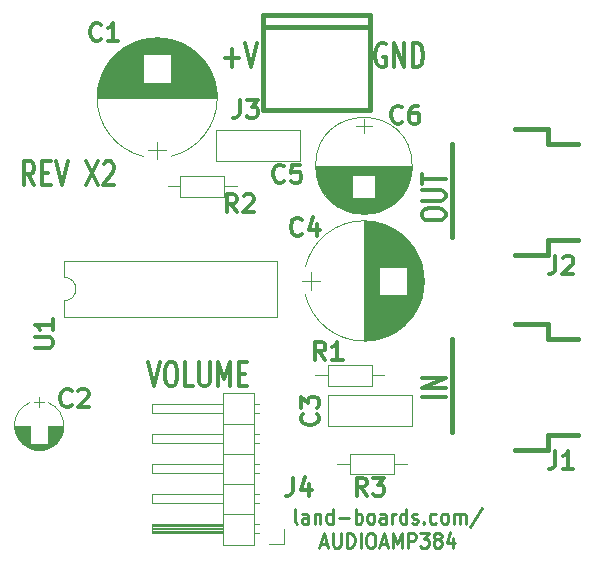
<source format=gto>
G04 #@! TF.FileFunction,Legend,Top*
%FSLAX46Y46*%
G04 Gerber Fmt 4.6, Leading zero omitted, Abs format (unit mm)*
G04 Created by KiCad (PCBNEW (after 2015-mar-04 BZR unknown)-product) date 4/20/2017 11:34:07 AM*
%MOMM*%
G01*
G04 APERTURE LIST*
%ADD10C,0.150000*%
%ADD11C,0.304800*%
%ADD12C,0.285750*%
%ADD13C,0.120000*%
%ADD14C,0.381000*%
G04 APERTURE END LIST*
D10*
D11*
X2597142Y-14419238D02*
X2089142Y-13451619D01*
X1726285Y-14419238D02*
X1726285Y-12387238D01*
X2306857Y-12387238D01*
X2451999Y-12484000D01*
X2524571Y-12580762D01*
X2597142Y-12774286D01*
X2597142Y-13064571D01*
X2524571Y-13258095D01*
X2451999Y-13354857D01*
X2306857Y-13451619D01*
X1726285Y-13451619D01*
X3250285Y-13354857D02*
X3758285Y-13354857D01*
X3975999Y-14419238D02*
X3250285Y-14419238D01*
X3250285Y-12387238D01*
X3975999Y-12387238D01*
X4411428Y-12387238D02*
X4919428Y-14419238D01*
X5427428Y-12387238D01*
X6951428Y-12387238D02*
X7967428Y-14419238D01*
X7967428Y-12387238D02*
X6951428Y-14419238D01*
X8475429Y-12580762D02*
X8548000Y-12484000D01*
X8693143Y-12387238D01*
X9056000Y-12387238D01*
X9201143Y-12484000D01*
X9273714Y-12580762D01*
X9346286Y-12774286D01*
X9346286Y-12967810D01*
X9273714Y-13258095D01*
X8402857Y-14419238D01*
X9346286Y-14419238D01*
D12*
X24852786Y-43042649D02*
X24743928Y-42982173D01*
X24689500Y-42861220D01*
X24689500Y-41772649D01*
X25778071Y-43042649D02*
X25778071Y-42377411D01*
X25723642Y-42256458D01*
X25614785Y-42195982D01*
X25397071Y-42195982D01*
X25288214Y-42256458D01*
X25778071Y-42982173D02*
X25669214Y-43042649D01*
X25397071Y-43042649D01*
X25288214Y-42982173D01*
X25233785Y-42861220D01*
X25233785Y-42740268D01*
X25288214Y-42619315D01*
X25397071Y-42558839D01*
X25669214Y-42558839D01*
X25778071Y-42498363D01*
X26322357Y-42195982D02*
X26322357Y-43042649D01*
X26322357Y-42316935D02*
X26376785Y-42256458D01*
X26485643Y-42195982D01*
X26648928Y-42195982D01*
X26757785Y-42256458D01*
X26812214Y-42377411D01*
X26812214Y-43042649D01*
X27846357Y-43042649D02*
X27846357Y-41772649D01*
X27846357Y-42982173D02*
X27737500Y-43042649D01*
X27519786Y-43042649D01*
X27410928Y-42982173D01*
X27356500Y-42921696D01*
X27302071Y-42800744D01*
X27302071Y-42437887D01*
X27356500Y-42316935D01*
X27410928Y-42256458D01*
X27519786Y-42195982D01*
X27737500Y-42195982D01*
X27846357Y-42256458D01*
X28390643Y-42558839D02*
X29261500Y-42558839D01*
X29805786Y-43042649D02*
X29805786Y-41772649D01*
X29805786Y-42256458D02*
X29914643Y-42195982D01*
X30132357Y-42195982D01*
X30241214Y-42256458D01*
X30295643Y-42316935D01*
X30350072Y-42437887D01*
X30350072Y-42800744D01*
X30295643Y-42921696D01*
X30241214Y-42982173D01*
X30132357Y-43042649D01*
X29914643Y-43042649D01*
X29805786Y-42982173D01*
X31003215Y-43042649D02*
X30894357Y-42982173D01*
X30839929Y-42921696D01*
X30785500Y-42800744D01*
X30785500Y-42437887D01*
X30839929Y-42316935D01*
X30894357Y-42256458D01*
X31003215Y-42195982D01*
X31166500Y-42195982D01*
X31275357Y-42256458D01*
X31329786Y-42316935D01*
X31384215Y-42437887D01*
X31384215Y-42800744D01*
X31329786Y-42921696D01*
X31275357Y-42982173D01*
X31166500Y-43042649D01*
X31003215Y-43042649D01*
X32363929Y-43042649D02*
X32363929Y-42377411D01*
X32309500Y-42256458D01*
X32200643Y-42195982D01*
X31982929Y-42195982D01*
X31874072Y-42256458D01*
X32363929Y-42982173D02*
X32255072Y-43042649D01*
X31982929Y-43042649D01*
X31874072Y-42982173D01*
X31819643Y-42861220D01*
X31819643Y-42740268D01*
X31874072Y-42619315D01*
X31982929Y-42558839D01*
X32255072Y-42558839D01*
X32363929Y-42498363D01*
X32908215Y-43042649D02*
X32908215Y-42195982D01*
X32908215Y-42437887D02*
X32962643Y-42316935D01*
X33017072Y-42256458D01*
X33125929Y-42195982D01*
X33234786Y-42195982D01*
X34105643Y-43042649D02*
X34105643Y-41772649D01*
X34105643Y-42982173D02*
X33996786Y-43042649D01*
X33779072Y-43042649D01*
X33670214Y-42982173D01*
X33615786Y-42921696D01*
X33561357Y-42800744D01*
X33561357Y-42437887D01*
X33615786Y-42316935D01*
X33670214Y-42256458D01*
X33779072Y-42195982D01*
X33996786Y-42195982D01*
X34105643Y-42256458D01*
X34595500Y-42982173D02*
X34704357Y-43042649D01*
X34922072Y-43042649D01*
X35030929Y-42982173D01*
X35085357Y-42861220D01*
X35085357Y-42800744D01*
X35030929Y-42679792D01*
X34922072Y-42619315D01*
X34758786Y-42619315D01*
X34649929Y-42558839D01*
X34595500Y-42437887D01*
X34595500Y-42377411D01*
X34649929Y-42256458D01*
X34758786Y-42195982D01*
X34922072Y-42195982D01*
X35030929Y-42256458D01*
X35575215Y-42921696D02*
X35629643Y-42982173D01*
X35575215Y-43042649D01*
X35520786Y-42982173D01*
X35575215Y-42921696D01*
X35575215Y-43042649D01*
X36609358Y-42982173D02*
X36500501Y-43042649D01*
X36282787Y-43042649D01*
X36173929Y-42982173D01*
X36119501Y-42921696D01*
X36065072Y-42800744D01*
X36065072Y-42437887D01*
X36119501Y-42316935D01*
X36173929Y-42256458D01*
X36282787Y-42195982D01*
X36500501Y-42195982D01*
X36609358Y-42256458D01*
X37262501Y-43042649D02*
X37153643Y-42982173D01*
X37099215Y-42921696D01*
X37044786Y-42800744D01*
X37044786Y-42437887D01*
X37099215Y-42316935D01*
X37153643Y-42256458D01*
X37262501Y-42195982D01*
X37425786Y-42195982D01*
X37534643Y-42256458D01*
X37589072Y-42316935D01*
X37643501Y-42437887D01*
X37643501Y-42800744D01*
X37589072Y-42921696D01*
X37534643Y-42982173D01*
X37425786Y-43042649D01*
X37262501Y-43042649D01*
X38133358Y-43042649D02*
X38133358Y-42195982D01*
X38133358Y-42316935D02*
X38187786Y-42256458D01*
X38296644Y-42195982D01*
X38459929Y-42195982D01*
X38568786Y-42256458D01*
X38623215Y-42377411D01*
X38623215Y-43042649D01*
X38623215Y-42377411D02*
X38677644Y-42256458D01*
X38786501Y-42195982D01*
X38949786Y-42195982D01*
X39058644Y-42256458D01*
X39113072Y-42377411D01*
X39113072Y-43042649D01*
X40473786Y-41712173D02*
X39494072Y-43345030D01*
X26839429Y-44743542D02*
X27383715Y-44743542D01*
X26730572Y-45106399D02*
X27111572Y-43836399D01*
X27492572Y-45106399D01*
X27873572Y-43836399D02*
X27873572Y-44864494D01*
X27928000Y-44985446D01*
X27982429Y-45045923D01*
X28091286Y-45106399D01*
X28309000Y-45106399D01*
X28417858Y-45045923D01*
X28472286Y-44985446D01*
X28526715Y-44864494D01*
X28526715Y-43836399D01*
X29071001Y-45106399D02*
X29071001Y-43836399D01*
X29343144Y-43836399D01*
X29506429Y-43896875D01*
X29615287Y-44017827D01*
X29669715Y-44138780D01*
X29724144Y-44380685D01*
X29724144Y-44562113D01*
X29669715Y-44804018D01*
X29615287Y-44924970D01*
X29506429Y-45045923D01*
X29343144Y-45106399D01*
X29071001Y-45106399D01*
X30214001Y-45106399D02*
X30214001Y-43836399D01*
X30976001Y-43836399D02*
X31193715Y-43836399D01*
X31302573Y-43896875D01*
X31411430Y-44017827D01*
X31465858Y-44259732D01*
X31465858Y-44683065D01*
X31411430Y-44924970D01*
X31302573Y-45045923D01*
X31193715Y-45106399D01*
X30976001Y-45106399D01*
X30867144Y-45045923D01*
X30758287Y-44924970D01*
X30703858Y-44683065D01*
X30703858Y-44259732D01*
X30758287Y-44017827D01*
X30867144Y-43896875D01*
X30976001Y-43836399D01*
X31901287Y-44743542D02*
X32445573Y-44743542D01*
X31792430Y-45106399D02*
X32173430Y-43836399D01*
X32554430Y-45106399D01*
X32935430Y-45106399D02*
X32935430Y-43836399D01*
X33316430Y-44743542D01*
X33697430Y-43836399D01*
X33697430Y-45106399D01*
X34241716Y-45106399D02*
X34241716Y-43836399D01*
X34677144Y-43836399D01*
X34786002Y-43896875D01*
X34840430Y-43957351D01*
X34894859Y-44078304D01*
X34894859Y-44259732D01*
X34840430Y-44380685D01*
X34786002Y-44441161D01*
X34677144Y-44501637D01*
X34241716Y-44501637D01*
X35275859Y-43836399D02*
X35983430Y-43836399D01*
X35602430Y-44320208D01*
X35765716Y-44320208D01*
X35874573Y-44380685D01*
X35929002Y-44441161D01*
X35983430Y-44562113D01*
X35983430Y-44864494D01*
X35929002Y-44985446D01*
X35874573Y-45045923D01*
X35765716Y-45106399D01*
X35439144Y-45106399D01*
X35330287Y-45045923D01*
X35275859Y-44985446D01*
X36636573Y-44380685D02*
X36527715Y-44320208D01*
X36473287Y-44259732D01*
X36418858Y-44138780D01*
X36418858Y-44078304D01*
X36473287Y-43957351D01*
X36527715Y-43896875D01*
X36636573Y-43836399D01*
X36854287Y-43836399D01*
X36963144Y-43896875D01*
X37017573Y-43957351D01*
X37072001Y-44078304D01*
X37072001Y-44138780D01*
X37017573Y-44259732D01*
X36963144Y-44320208D01*
X36854287Y-44380685D01*
X36636573Y-44380685D01*
X36527715Y-44441161D01*
X36473287Y-44501637D01*
X36418858Y-44622589D01*
X36418858Y-44864494D01*
X36473287Y-44985446D01*
X36527715Y-45045923D01*
X36636573Y-45106399D01*
X36854287Y-45106399D01*
X36963144Y-45045923D01*
X37017573Y-44985446D01*
X37072001Y-44864494D01*
X37072001Y-44622589D01*
X37017573Y-44501637D01*
X36963144Y-44441161D01*
X36854287Y-44380685D01*
X38051715Y-44259732D02*
X38051715Y-45106399D01*
X37779572Y-43775923D02*
X37507429Y-44683065D01*
X38215001Y-44683065D01*
D11*
X12218287Y-29387238D02*
X12726287Y-31419238D01*
X13234287Y-29387238D01*
X14032573Y-29387238D02*
X14322859Y-29387238D01*
X14468001Y-29484000D01*
X14613144Y-29677524D01*
X14685716Y-30064571D01*
X14685716Y-30741905D01*
X14613144Y-31128952D01*
X14468001Y-31322476D01*
X14322859Y-31419238D01*
X14032573Y-31419238D01*
X13887430Y-31322476D01*
X13742287Y-31128952D01*
X13669716Y-30741905D01*
X13669716Y-30064571D01*
X13742287Y-29677524D01*
X13887430Y-29484000D01*
X14032573Y-29387238D01*
X16064572Y-31419238D02*
X15338858Y-31419238D01*
X15338858Y-29387238D01*
X16572572Y-29387238D02*
X16572572Y-31032190D01*
X16645144Y-31225714D01*
X16717715Y-31322476D01*
X16862858Y-31419238D01*
X17153144Y-31419238D01*
X17298286Y-31322476D01*
X17370858Y-31225714D01*
X17443429Y-31032190D01*
X17443429Y-29387238D01*
X18169143Y-31419238D02*
X18169143Y-29387238D01*
X18677143Y-30838667D01*
X19185143Y-29387238D01*
X19185143Y-31419238D01*
X19910857Y-30354857D02*
X20418857Y-30354857D01*
X20636571Y-31419238D02*
X19910857Y-31419238D01*
X19910857Y-29387238D01*
X20636571Y-29387238D01*
X35387238Y-17023999D02*
X35387238Y-16733713D01*
X35484000Y-16588571D01*
X35677524Y-16443428D01*
X36064571Y-16370856D01*
X36741905Y-16370856D01*
X37128952Y-16443428D01*
X37322476Y-16588571D01*
X37419238Y-16733713D01*
X37419238Y-17023999D01*
X37322476Y-17169142D01*
X37128952Y-17314285D01*
X36741905Y-17386856D01*
X36064571Y-17386856D01*
X35677524Y-17314285D01*
X35484000Y-17169142D01*
X35387238Y-17023999D01*
X35387238Y-15717714D02*
X37032190Y-15717714D01*
X37225714Y-15645142D01*
X37322476Y-15572571D01*
X37419238Y-15427428D01*
X37419238Y-15137142D01*
X37322476Y-14992000D01*
X37225714Y-14919428D01*
X37032190Y-14846857D01*
X35387238Y-14846857D01*
X35387238Y-14338857D02*
X35387238Y-13468000D01*
X37419238Y-13903429D02*
X35387238Y-13903429D01*
X32338858Y-2484000D02*
X32193715Y-2387238D01*
X31976001Y-2387238D01*
X31758286Y-2484000D01*
X31613144Y-2677524D01*
X31540572Y-2871048D01*
X31468001Y-3258095D01*
X31468001Y-3548381D01*
X31540572Y-3935429D01*
X31613144Y-4128952D01*
X31758286Y-4322476D01*
X31976001Y-4419238D01*
X32121144Y-4419238D01*
X32338858Y-4322476D01*
X32411429Y-4225714D01*
X32411429Y-3548381D01*
X32121144Y-3548381D01*
X33064572Y-4419238D02*
X33064572Y-2387238D01*
X33935429Y-4419238D01*
X33935429Y-2387238D01*
X34661143Y-4419238D02*
X34661143Y-2387238D01*
X35024000Y-2387238D01*
X35241715Y-2484000D01*
X35386857Y-2677524D01*
X35459429Y-2871048D01*
X35532000Y-3258095D01*
X35532000Y-3548381D01*
X35459429Y-3935429D01*
X35386857Y-4128952D01*
X35241715Y-4322476D01*
X35024000Y-4419238D01*
X34661143Y-4419238D01*
X18766286Y-3645143D02*
X19927429Y-3645143D01*
X19346858Y-4419238D02*
X19346858Y-2871048D01*
X20435429Y-2387238D02*
X20943429Y-4419238D01*
X21451429Y-2387238D01*
X37419238Y-32298285D02*
X35387238Y-32298285D01*
X37419238Y-31572571D02*
X35387238Y-31572571D01*
X37419238Y-30701714D01*
X35387238Y-30701714D01*
D13*
X11820806Y-2048475D02*
G75*
G03X11820000Y-11951333I1179194J-4951525D01*
G01*
X14179194Y-2048475D02*
G75*
G02X14180000Y-11951333I-1179194J-4951525D01*
G01*
X14179194Y-2048475D02*
G75*
G03X11820000Y-2048667I-1179194J-4951525D01*
G01*
X7950000Y-7000000D02*
X18050000Y-7000000D01*
X7950000Y-6960000D02*
X18050000Y-6960000D01*
X7950000Y-6920000D02*
X18050000Y-6920000D01*
X7951000Y-6880000D02*
X18049000Y-6880000D01*
X7952000Y-6840000D02*
X18048000Y-6840000D01*
X7953000Y-6800000D02*
X18047000Y-6800000D01*
X7955000Y-6760000D02*
X18045000Y-6760000D01*
X7957000Y-6720000D02*
X18043000Y-6720000D01*
X7960000Y-6680000D02*
X18040000Y-6680000D01*
X7962000Y-6640000D02*
X18038000Y-6640000D01*
X7965000Y-6600000D02*
X18035000Y-6600000D01*
X7969000Y-6560000D02*
X18031000Y-6560000D01*
X7972000Y-6520000D02*
X18028000Y-6520000D01*
X7976000Y-6480000D02*
X18024000Y-6480000D01*
X7980000Y-6440000D02*
X18020000Y-6440000D01*
X7985000Y-6400000D02*
X18015000Y-6400000D01*
X7990000Y-6360000D02*
X18010000Y-6360000D01*
X7995000Y-6320000D02*
X18005000Y-6320000D01*
X8001000Y-6279000D02*
X17999000Y-6279000D01*
X8007000Y-6239000D02*
X17993000Y-6239000D01*
X8013000Y-6199000D02*
X17987000Y-6199000D01*
X8019000Y-6159000D02*
X17981000Y-6159000D01*
X8026000Y-6119000D02*
X17974000Y-6119000D01*
X8033000Y-6079000D02*
X17967000Y-6079000D01*
X8041000Y-6039000D02*
X17959000Y-6039000D01*
X8049000Y-5999000D02*
X17951000Y-5999000D01*
X8057000Y-5959000D02*
X17943000Y-5959000D01*
X8065000Y-5919000D02*
X17935000Y-5919000D01*
X8074000Y-5879000D02*
X17926000Y-5879000D01*
X8083000Y-5839000D02*
X17917000Y-5839000D01*
X8093000Y-5799000D02*
X17907000Y-5799000D01*
X8103000Y-5759000D02*
X17897000Y-5759000D01*
X8113000Y-5719000D02*
X17887000Y-5719000D01*
X8124000Y-5679000D02*
X11819000Y-5679000D01*
X14181000Y-5679000D02*
X17876000Y-5679000D01*
X8135000Y-5639000D02*
X11819000Y-5639000D01*
X14181000Y-5639000D02*
X17865000Y-5639000D01*
X8146000Y-5599000D02*
X11819000Y-5599000D01*
X14181000Y-5599000D02*
X17854000Y-5599000D01*
X8157000Y-5559000D02*
X11819000Y-5559000D01*
X14181000Y-5559000D02*
X17843000Y-5559000D01*
X8169000Y-5519000D02*
X11819000Y-5519000D01*
X14181000Y-5519000D02*
X17831000Y-5519000D01*
X8182000Y-5479000D02*
X11819000Y-5479000D01*
X14181000Y-5479000D02*
X17818000Y-5479000D01*
X8194000Y-5439000D02*
X11819000Y-5439000D01*
X14181000Y-5439000D02*
X17806000Y-5439000D01*
X8208000Y-5399000D02*
X11819000Y-5399000D01*
X14181000Y-5399000D02*
X17792000Y-5399000D01*
X8221000Y-5359000D02*
X11819000Y-5359000D01*
X14181000Y-5359000D02*
X17779000Y-5359000D01*
X8235000Y-5319000D02*
X11819000Y-5319000D01*
X14181000Y-5319000D02*
X17765000Y-5319000D01*
X8249000Y-5279000D02*
X11819000Y-5279000D01*
X14181000Y-5279000D02*
X17751000Y-5279000D01*
X8263000Y-5239000D02*
X11819000Y-5239000D01*
X14181000Y-5239000D02*
X17737000Y-5239000D01*
X8278000Y-5199000D02*
X11819000Y-5199000D01*
X14181000Y-5199000D02*
X17722000Y-5199000D01*
X8294000Y-5159000D02*
X11819000Y-5159000D01*
X14181000Y-5159000D02*
X17706000Y-5159000D01*
X8309000Y-5119000D02*
X11819000Y-5119000D01*
X14181000Y-5119000D02*
X17691000Y-5119000D01*
X8326000Y-5079000D02*
X11819000Y-5079000D01*
X14181000Y-5079000D02*
X17674000Y-5079000D01*
X8342000Y-5039000D02*
X11819000Y-5039000D01*
X14181000Y-5039000D02*
X17658000Y-5039000D01*
X8359000Y-4999000D02*
X11819000Y-4999000D01*
X14181000Y-4999000D02*
X17641000Y-4999000D01*
X8376000Y-4959000D02*
X11819000Y-4959000D01*
X14181000Y-4959000D02*
X17624000Y-4959000D01*
X8394000Y-4919000D02*
X11819000Y-4919000D01*
X14181000Y-4919000D02*
X17606000Y-4919000D01*
X8412000Y-4879000D02*
X11819000Y-4879000D01*
X14181000Y-4879000D02*
X17588000Y-4879000D01*
X8431000Y-4839000D02*
X11819000Y-4839000D01*
X14181000Y-4839000D02*
X17569000Y-4839000D01*
X8450000Y-4799000D02*
X11819000Y-4799000D01*
X14181000Y-4799000D02*
X17550000Y-4799000D01*
X8469000Y-4759000D02*
X11819000Y-4759000D01*
X14181000Y-4759000D02*
X17531000Y-4759000D01*
X8489000Y-4719000D02*
X11819000Y-4719000D01*
X14181000Y-4719000D02*
X17511000Y-4719000D01*
X8509000Y-4679000D02*
X11819000Y-4679000D01*
X14181000Y-4679000D02*
X17491000Y-4679000D01*
X8530000Y-4639000D02*
X11819000Y-4639000D01*
X14181000Y-4639000D02*
X17470000Y-4639000D01*
X8551000Y-4599000D02*
X11819000Y-4599000D01*
X14181000Y-4599000D02*
X17449000Y-4599000D01*
X8572000Y-4559000D02*
X11819000Y-4559000D01*
X14181000Y-4559000D02*
X17428000Y-4559000D01*
X8595000Y-4519000D02*
X11819000Y-4519000D01*
X14181000Y-4519000D02*
X17405000Y-4519000D01*
X8617000Y-4479000D02*
X11819000Y-4479000D01*
X14181000Y-4479000D02*
X17383000Y-4479000D01*
X8640000Y-4439000D02*
X11819000Y-4439000D01*
X14181000Y-4439000D02*
X17360000Y-4439000D01*
X8664000Y-4399000D02*
X11819000Y-4399000D01*
X14181000Y-4399000D02*
X17336000Y-4399000D01*
X8688000Y-4359000D02*
X11819000Y-4359000D01*
X14181000Y-4359000D02*
X17312000Y-4359000D01*
X8712000Y-4319000D02*
X11819000Y-4319000D01*
X14181000Y-4319000D02*
X17288000Y-4319000D01*
X8737000Y-4279000D02*
X11819000Y-4279000D01*
X14181000Y-4279000D02*
X17263000Y-4279000D01*
X8763000Y-4239000D02*
X11819000Y-4239000D01*
X14181000Y-4239000D02*
X17237000Y-4239000D01*
X8789000Y-4199000D02*
X11819000Y-4199000D01*
X14181000Y-4199000D02*
X17211000Y-4199000D01*
X8815000Y-4159000D02*
X11819000Y-4159000D01*
X14181000Y-4159000D02*
X17185000Y-4159000D01*
X8843000Y-4119000D02*
X11819000Y-4119000D01*
X14181000Y-4119000D02*
X17157000Y-4119000D01*
X8870000Y-4079000D02*
X11819000Y-4079000D01*
X14181000Y-4079000D02*
X17130000Y-4079000D01*
X8899000Y-4039000D02*
X11819000Y-4039000D01*
X14181000Y-4039000D02*
X17101000Y-4039000D01*
X8928000Y-3999000D02*
X11819000Y-3999000D01*
X14181000Y-3999000D02*
X17072000Y-3999000D01*
X8957000Y-3959000D02*
X11819000Y-3959000D01*
X14181000Y-3959000D02*
X17043000Y-3959000D01*
X8987000Y-3919000D02*
X11819000Y-3919000D01*
X14181000Y-3919000D02*
X17013000Y-3919000D01*
X9018000Y-3879000D02*
X11819000Y-3879000D01*
X14181000Y-3879000D02*
X16982000Y-3879000D01*
X9049000Y-3839000D02*
X11819000Y-3839000D01*
X14181000Y-3839000D02*
X16951000Y-3839000D01*
X9081000Y-3799000D02*
X11819000Y-3799000D01*
X14181000Y-3799000D02*
X16919000Y-3799000D01*
X9114000Y-3759000D02*
X11819000Y-3759000D01*
X14181000Y-3759000D02*
X16886000Y-3759000D01*
X9147000Y-3719000D02*
X11819000Y-3719000D01*
X14181000Y-3719000D02*
X16853000Y-3719000D01*
X9181000Y-3679000D02*
X11819000Y-3679000D01*
X14181000Y-3679000D02*
X16819000Y-3679000D01*
X9216000Y-3639000D02*
X11819000Y-3639000D01*
X14181000Y-3639000D02*
X16784000Y-3639000D01*
X9252000Y-3599000D02*
X11819000Y-3599000D01*
X14181000Y-3599000D02*
X16748000Y-3599000D01*
X9288000Y-3559000D02*
X11819000Y-3559000D01*
X14181000Y-3559000D02*
X16712000Y-3559000D01*
X9325000Y-3519000D02*
X11819000Y-3519000D01*
X14181000Y-3519000D02*
X16675000Y-3519000D01*
X9363000Y-3479000D02*
X11819000Y-3479000D01*
X14181000Y-3479000D02*
X16637000Y-3479000D01*
X9402000Y-3439000D02*
X11819000Y-3439000D01*
X14181000Y-3439000D02*
X16598000Y-3439000D01*
X9441000Y-3399000D02*
X11819000Y-3399000D01*
X14181000Y-3399000D02*
X16559000Y-3399000D01*
X9482000Y-3359000D02*
X11819000Y-3359000D01*
X14181000Y-3359000D02*
X16518000Y-3359000D01*
X9523000Y-3319000D02*
X16477000Y-3319000D01*
X9565000Y-3279000D02*
X16435000Y-3279000D01*
X9609000Y-3239000D02*
X16391000Y-3239000D01*
X9653000Y-3199000D02*
X16347000Y-3199000D01*
X9698000Y-3159000D02*
X16302000Y-3159000D01*
X9745000Y-3119000D02*
X16255000Y-3119000D01*
X9793000Y-3079000D02*
X16207000Y-3079000D01*
X9842000Y-3039000D02*
X16158000Y-3039000D01*
X9892000Y-2999000D02*
X16108000Y-2999000D01*
X9943000Y-2959000D02*
X16057000Y-2959000D01*
X9996000Y-2919000D02*
X16004000Y-2919000D01*
X10051000Y-2879000D02*
X15949000Y-2879000D01*
X10106000Y-2839000D02*
X15894000Y-2839000D01*
X10164000Y-2799000D02*
X15836000Y-2799000D01*
X10223000Y-2759000D02*
X15777000Y-2759000D01*
X10285000Y-2719000D02*
X15715000Y-2719000D01*
X10348000Y-2679000D02*
X15652000Y-2679000D01*
X10413000Y-2639000D02*
X15587000Y-2639000D01*
X10481000Y-2599000D02*
X15519000Y-2599000D01*
X10551000Y-2559000D02*
X15449000Y-2559000D01*
X10623000Y-2519000D02*
X15377000Y-2519000D01*
X10699000Y-2479000D02*
X15301000Y-2479000D01*
X10778000Y-2439000D02*
X15222000Y-2439000D01*
X10860000Y-2399000D02*
X15140000Y-2399000D01*
X10947000Y-2359000D02*
X15053000Y-2359000D01*
X11038000Y-2319000D02*
X14962000Y-2319000D01*
X11134000Y-2279000D02*
X14866000Y-2279000D01*
X11237000Y-2239000D02*
X14763000Y-2239000D01*
X11346000Y-2199000D02*
X14654000Y-2199000D01*
X11464000Y-2159000D02*
X14536000Y-2159000D01*
X11593000Y-2119000D02*
X14407000Y-2119000D01*
X11735000Y-2079000D02*
X14265000Y-2079000D01*
X11896000Y-2039000D02*
X14104000Y-2039000D01*
X12087000Y-1999000D02*
X13913000Y-1999000D01*
X12328000Y-1959000D02*
X13672000Y-1959000D01*
X12721000Y-1919000D02*
X13279000Y-1919000D01*
X13000000Y-12200000D02*
X13000000Y-10700000D01*
X12250000Y-11450000D02*
X13750000Y-11450000D01*
X3779089Y-36689361D02*
G75*
G03X3780000Y-32811005I-779089J1939361D01*
G01*
X2220911Y-36689361D02*
G75*
G02X2220000Y-32811005I779089J1939361D01*
G01*
X2220911Y-36689361D02*
G75*
G03X3780000Y-36688995I779089J1939361D01*
G01*
X2220000Y-34750000D02*
X950000Y-34750000D01*
X5050000Y-34750000D02*
X3780000Y-34750000D01*
X5050000Y-34790000D02*
X3780000Y-34790000D01*
X2220000Y-34790000D02*
X950000Y-34790000D01*
X5049000Y-34830000D02*
X3780000Y-34830000D01*
X2220000Y-34830000D02*
X951000Y-34830000D01*
X5047000Y-34870000D02*
X3780000Y-34870000D01*
X2220000Y-34870000D02*
X953000Y-34870000D01*
X5044000Y-34910000D02*
X3780000Y-34910000D01*
X2220000Y-34910000D02*
X956000Y-34910000D01*
X5041000Y-34950000D02*
X3780000Y-34950000D01*
X2220000Y-34950000D02*
X959000Y-34950000D01*
X5037000Y-34990000D02*
X3780000Y-34990000D01*
X2220000Y-34990000D02*
X963000Y-34990000D01*
X5032000Y-35030000D02*
X3780000Y-35030000D01*
X2220000Y-35030000D02*
X968000Y-35030000D01*
X5026000Y-35070000D02*
X3780000Y-35070000D01*
X2220000Y-35070000D02*
X974000Y-35070000D01*
X5019000Y-35110000D02*
X3780000Y-35110000D01*
X2220000Y-35110000D02*
X981000Y-35110000D01*
X5012000Y-35150000D02*
X3780000Y-35150000D01*
X2220000Y-35150000D02*
X988000Y-35150000D01*
X5004000Y-35190000D02*
X3780000Y-35190000D01*
X2220000Y-35190000D02*
X996000Y-35190000D01*
X4995000Y-35230000D02*
X3780000Y-35230000D01*
X2220000Y-35230000D02*
X1005000Y-35230000D01*
X4985000Y-35270000D02*
X3780000Y-35270000D01*
X2220000Y-35270000D02*
X1015000Y-35270000D01*
X4974000Y-35310000D02*
X3780000Y-35310000D01*
X2220000Y-35310000D02*
X1026000Y-35310000D01*
X4963000Y-35350000D02*
X3780000Y-35350000D01*
X2220000Y-35350000D02*
X1037000Y-35350000D01*
X4950000Y-35390000D02*
X3780000Y-35390000D01*
X2220000Y-35390000D02*
X1050000Y-35390000D01*
X4937000Y-35430000D02*
X3780000Y-35430000D01*
X2220000Y-35430000D02*
X1063000Y-35430000D01*
X4923000Y-35471000D02*
X3780000Y-35471000D01*
X2220000Y-35471000D02*
X1077000Y-35471000D01*
X4907000Y-35511000D02*
X3780000Y-35511000D01*
X2220000Y-35511000D02*
X1093000Y-35511000D01*
X4891000Y-35551000D02*
X3780000Y-35551000D01*
X2220000Y-35551000D02*
X1109000Y-35551000D01*
X4874000Y-35591000D02*
X3780000Y-35591000D01*
X2220000Y-35591000D02*
X1126000Y-35591000D01*
X4856000Y-35631000D02*
X3780000Y-35631000D01*
X2220000Y-35631000D02*
X1144000Y-35631000D01*
X4837000Y-35671000D02*
X3780000Y-35671000D01*
X2220000Y-35671000D02*
X1163000Y-35671000D01*
X4817000Y-35711000D02*
X3780000Y-35711000D01*
X2220000Y-35711000D02*
X1183000Y-35711000D01*
X4796000Y-35751000D02*
X3780000Y-35751000D01*
X2220000Y-35751000D02*
X1204000Y-35751000D01*
X4773000Y-35791000D02*
X3780000Y-35791000D01*
X2220000Y-35791000D02*
X1227000Y-35791000D01*
X4750000Y-35831000D02*
X3780000Y-35831000D01*
X2220000Y-35831000D02*
X1250000Y-35831000D01*
X4725000Y-35871000D02*
X3780000Y-35871000D01*
X2220000Y-35871000D02*
X1275000Y-35871000D01*
X4699000Y-35911000D02*
X3780000Y-35911000D01*
X2220000Y-35911000D02*
X1301000Y-35911000D01*
X4672000Y-35951000D02*
X3780000Y-35951000D01*
X2220000Y-35951000D02*
X1328000Y-35951000D01*
X4643000Y-35991000D02*
X3780000Y-35991000D01*
X2220000Y-35991000D02*
X1357000Y-35991000D01*
X4613000Y-36031000D02*
X3780000Y-36031000D01*
X2220000Y-36031000D02*
X1387000Y-36031000D01*
X4581000Y-36071000D02*
X3780000Y-36071000D01*
X2220000Y-36071000D02*
X1419000Y-36071000D01*
X4547000Y-36111000D02*
X3780000Y-36111000D01*
X2220000Y-36111000D02*
X1453000Y-36111000D01*
X4512000Y-36151000D02*
X3780000Y-36151000D01*
X2220000Y-36151000D02*
X1488000Y-36151000D01*
X4475000Y-36191000D02*
X3780000Y-36191000D01*
X2220000Y-36191000D02*
X1525000Y-36191000D01*
X4436000Y-36231000D02*
X3780000Y-36231000D01*
X2220000Y-36231000D02*
X1564000Y-36231000D01*
X4395000Y-36271000D02*
X3780000Y-36271000D01*
X2220000Y-36271000D02*
X1605000Y-36271000D01*
X4351000Y-36311000D02*
X1649000Y-36311000D01*
X4305000Y-36351000D02*
X1695000Y-36351000D01*
X4256000Y-36391000D02*
X1744000Y-36391000D01*
X4204000Y-36431000D02*
X1796000Y-36431000D01*
X4148000Y-36471000D02*
X1852000Y-36471000D01*
X4088000Y-36511000D02*
X1912000Y-36511000D01*
X4023000Y-36551000D02*
X1977000Y-36551000D01*
X3952000Y-36591000D02*
X2048000Y-36591000D01*
X3874000Y-36631000D02*
X2126000Y-36631000D01*
X3786000Y-36671000D02*
X2214000Y-36671000D01*
X3686000Y-36711000D02*
X2314000Y-36711000D01*
X3567000Y-36751000D02*
X2433000Y-36751000D01*
X3415000Y-36791000D02*
X2585000Y-36791000D01*
X3165000Y-36831000D02*
X2835000Y-36831000D01*
X3000000Y-32300000D02*
X3000000Y-33200000D01*
X3450000Y-32750000D02*
X2550000Y-32750000D01*
X34560000Y-34810000D02*
X27440000Y-34810000D01*
X34560000Y-32190000D02*
X27440000Y-32190000D01*
X34560000Y-34810000D02*
X34560000Y-32190000D01*
X27440000Y-34810000D02*
X27440000Y-32190000D01*
X35451525Y-21320806D02*
G75*
G03X25548667Y-21320000I-4951525J-1179194D01*
G01*
X35451525Y-23679194D02*
G75*
G02X25548667Y-23680000I-4951525J1179194D01*
G01*
X35451525Y-23679194D02*
G75*
G03X35451333Y-21320000I-4951525J1179194D01*
G01*
X30500000Y-17450000D02*
X30500000Y-27550000D01*
X30540000Y-17450000D02*
X30540000Y-27550000D01*
X30580000Y-17450000D02*
X30580000Y-27550000D01*
X30620000Y-17451000D02*
X30620000Y-27549000D01*
X30660000Y-17452000D02*
X30660000Y-27548000D01*
X30700000Y-17453000D02*
X30700000Y-27547000D01*
X30740000Y-17455000D02*
X30740000Y-27545000D01*
X30780000Y-17457000D02*
X30780000Y-27543000D01*
X30820000Y-17460000D02*
X30820000Y-27540000D01*
X30860000Y-17462000D02*
X30860000Y-27538000D01*
X30900000Y-17465000D02*
X30900000Y-27535000D01*
X30940000Y-17469000D02*
X30940000Y-27531000D01*
X30980000Y-17472000D02*
X30980000Y-27528000D01*
X31020000Y-17476000D02*
X31020000Y-27524000D01*
X31060000Y-17480000D02*
X31060000Y-27520000D01*
X31100000Y-17485000D02*
X31100000Y-27515000D01*
X31140000Y-17490000D02*
X31140000Y-27510000D01*
X31180000Y-17495000D02*
X31180000Y-27505000D01*
X31221000Y-17501000D02*
X31221000Y-27499000D01*
X31261000Y-17507000D02*
X31261000Y-27493000D01*
X31301000Y-17513000D02*
X31301000Y-27487000D01*
X31341000Y-17519000D02*
X31341000Y-27481000D01*
X31381000Y-17526000D02*
X31381000Y-27474000D01*
X31421000Y-17533000D02*
X31421000Y-27467000D01*
X31461000Y-17541000D02*
X31461000Y-27459000D01*
X31501000Y-17549000D02*
X31501000Y-27451000D01*
X31541000Y-17557000D02*
X31541000Y-27443000D01*
X31581000Y-17565000D02*
X31581000Y-27435000D01*
X31621000Y-17574000D02*
X31621000Y-27426000D01*
X31661000Y-17583000D02*
X31661000Y-27417000D01*
X31701000Y-17593000D02*
X31701000Y-27407000D01*
X31741000Y-17603000D02*
X31741000Y-27397000D01*
X31781000Y-17613000D02*
X31781000Y-27387000D01*
X31821000Y-17624000D02*
X31821000Y-21319000D01*
X31821000Y-23681000D02*
X31821000Y-27376000D01*
X31861000Y-17635000D02*
X31861000Y-21319000D01*
X31861000Y-23681000D02*
X31861000Y-27365000D01*
X31901000Y-17646000D02*
X31901000Y-21319000D01*
X31901000Y-23681000D02*
X31901000Y-27354000D01*
X31941000Y-17657000D02*
X31941000Y-21319000D01*
X31941000Y-23681000D02*
X31941000Y-27343000D01*
X31981000Y-17669000D02*
X31981000Y-21319000D01*
X31981000Y-23681000D02*
X31981000Y-27331000D01*
X32021000Y-17682000D02*
X32021000Y-21319000D01*
X32021000Y-23681000D02*
X32021000Y-27318000D01*
X32061000Y-17694000D02*
X32061000Y-21319000D01*
X32061000Y-23681000D02*
X32061000Y-27306000D01*
X32101000Y-17708000D02*
X32101000Y-21319000D01*
X32101000Y-23681000D02*
X32101000Y-27292000D01*
X32141000Y-17721000D02*
X32141000Y-21319000D01*
X32141000Y-23681000D02*
X32141000Y-27279000D01*
X32181000Y-17735000D02*
X32181000Y-21319000D01*
X32181000Y-23681000D02*
X32181000Y-27265000D01*
X32221000Y-17749000D02*
X32221000Y-21319000D01*
X32221000Y-23681000D02*
X32221000Y-27251000D01*
X32261000Y-17763000D02*
X32261000Y-21319000D01*
X32261000Y-23681000D02*
X32261000Y-27237000D01*
X32301000Y-17778000D02*
X32301000Y-21319000D01*
X32301000Y-23681000D02*
X32301000Y-27222000D01*
X32341000Y-17794000D02*
X32341000Y-21319000D01*
X32341000Y-23681000D02*
X32341000Y-27206000D01*
X32381000Y-17809000D02*
X32381000Y-21319000D01*
X32381000Y-23681000D02*
X32381000Y-27191000D01*
X32421000Y-17826000D02*
X32421000Y-21319000D01*
X32421000Y-23681000D02*
X32421000Y-27174000D01*
X32461000Y-17842000D02*
X32461000Y-21319000D01*
X32461000Y-23681000D02*
X32461000Y-27158000D01*
X32501000Y-17859000D02*
X32501000Y-21319000D01*
X32501000Y-23681000D02*
X32501000Y-27141000D01*
X32541000Y-17876000D02*
X32541000Y-21319000D01*
X32541000Y-23681000D02*
X32541000Y-27124000D01*
X32581000Y-17894000D02*
X32581000Y-21319000D01*
X32581000Y-23681000D02*
X32581000Y-27106000D01*
X32621000Y-17912000D02*
X32621000Y-21319000D01*
X32621000Y-23681000D02*
X32621000Y-27088000D01*
X32661000Y-17931000D02*
X32661000Y-21319000D01*
X32661000Y-23681000D02*
X32661000Y-27069000D01*
X32701000Y-17950000D02*
X32701000Y-21319000D01*
X32701000Y-23681000D02*
X32701000Y-27050000D01*
X32741000Y-17969000D02*
X32741000Y-21319000D01*
X32741000Y-23681000D02*
X32741000Y-27031000D01*
X32781000Y-17989000D02*
X32781000Y-21319000D01*
X32781000Y-23681000D02*
X32781000Y-27011000D01*
X32821000Y-18009000D02*
X32821000Y-21319000D01*
X32821000Y-23681000D02*
X32821000Y-26991000D01*
X32861000Y-18030000D02*
X32861000Y-21319000D01*
X32861000Y-23681000D02*
X32861000Y-26970000D01*
X32901000Y-18051000D02*
X32901000Y-21319000D01*
X32901000Y-23681000D02*
X32901000Y-26949000D01*
X32941000Y-18072000D02*
X32941000Y-21319000D01*
X32941000Y-23681000D02*
X32941000Y-26928000D01*
X32981000Y-18095000D02*
X32981000Y-21319000D01*
X32981000Y-23681000D02*
X32981000Y-26905000D01*
X33021000Y-18117000D02*
X33021000Y-21319000D01*
X33021000Y-23681000D02*
X33021000Y-26883000D01*
X33061000Y-18140000D02*
X33061000Y-21319000D01*
X33061000Y-23681000D02*
X33061000Y-26860000D01*
X33101000Y-18164000D02*
X33101000Y-21319000D01*
X33101000Y-23681000D02*
X33101000Y-26836000D01*
X33141000Y-18188000D02*
X33141000Y-21319000D01*
X33141000Y-23681000D02*
X33141000Y-26812000D01*
X33181000Y-18212000D02*
X33181000Y-21319000D01*
X33181000Y-23681000D02*
X33181000Y-26788000D01*
X33221000Y-18237000D02*
X33221000Y-21319000D01*
X33221000Y-23681000D02*
X33221000Y-26763000D01*
X33261000Y-18263000D02*
X33261000Y-21319000D01*
X33261000Y-23681000D02*
X33261000Y-26737000D01*
X33301000Y-18289000D02*
X33301000Y-21319000D01*
X33301000Y-23681000D02*
X33301000Y-26711000D01*
X33341000Y-18315000D02*
X33341000Y-21319000D01*
X33341000Y-23681000D02*
X33341000Y-26685000D01*
X33381000Y-18343000D02*
X33381000Y-21319000D01*
X33381000Y-23681000D02*
X33381000Y-26657000D01*
X33421000Y-18370000D02*
X33421000Y-21319000D01*
X33421000Y-23681000D02*
X33421000Y-26630000D01*
X33461000Y-18399000D02*
X33461000Y-21319000D01*
X33461000Y-23681000D02*
X33461000Y-26601000D01*
X33501000Y-18428000D02*
X33501000Y-21319000D01*
X33501000Y-23681000D02*
X33501000Y-26572000D01*
X33541000Y-18457000D02*
X33541000Y-21319000D01*
X33541000Y-23681000D02*
X33541000Y-26543000D01*
X33581000Y-18487000D02*
X33581000Y-21319000D01*
X33581000Y-23681000D02*
X33581000Y-26513000D01*
X33621000Y-18518000D02*
X33621000Y-21319000D01*
X33621000Y-23681000D02*
X33621000Y-26482000D01*
X33661000Y-18549000D02*
X33661000Y-21319000D01*
X33661000Y-23681000D02*
X33661000Y-26451000D01*
X33701000Y-18581000D02*
X33701000Y-21319000D01*
X33701000Y-23681000D02*
X33701000Y-26419000D01*
X33741000Y-18614000D02*
X33741000Y-21319000D01*
X33741000Y-23681000D02*
X33741000Y-26386000D01*
X33781000Y-18647000D02*
X33781000Y-21319000D01*
X33781000Y-23681000D02*
X33781000Y-26353000D01*
X33821000Y-18681000D02*
X33821000Y-21319000D01*
X33821000Y-23681000D02*
X33821000Y-26319000D01*
X33861000Y-18716000D02*
X33861000Y-21319000D01*
X33861000Y-23681000D02*
X33861000Y-26284000D01*
X33901000Y-18752000D02*
X33901000Y-21319000D01*
X33901000Y-23681000D02*
X33901000Y-26248000D01*
X33941000Y-18788000D02*
X33941000Y-21319000D01*
X33941000Y-23681000D02*
X33941000Y-26212000D01*
X33981000Y-18825000D02*
X33981000Y-21319000D01*
X33981000Y-23681000D02*
X33981000Y-26175000D01*
X34021000Y-18863000D02*
X34021000Y-21319000D01*
X34021000Y-23681000D02*
X34021000Y-26137000D01*
X34061000Y-18902000D02*
X34061000Y-21319000D01*
X34061000Y-23681000D02*
X34061000Y-26098000D01*
X34101000Y-18941000D02*
X34101000Y-21319000D01*
X34101000Y-23681000D02*
X34101000Y-26059000D01*
X34141000Y-18982000D02*
X34141000Y-21319000D01*
X34141000Y-23681000D02*
X34141000Y-26018000D01*
X34181000Y-19023000D02*
X34181000Y-25977000D01*
X34221000Y-19065000D02*
X34221000Y-25935000D01*
X34261000Y-19109000D02*
X34261000Y-25891000D01*
X34301000Y-19153000D02*
X34301000Y-25847000D01*
X34341000Y-19198000D02*
X34341000Y-25802000D01*
X34381000Y-19245000D02*
X34381000Y-25755000D01*
X34421000Y-19293000D02*
X34421000Y-25707000D01*
X34461000Y-19342000D02*
X34461000Y-25658000D01*
X34501000Y-19392000D02*
X34501000Y-25608000D01*
X34541000Y-19443000D02*
X34541000Y-25557000D01*
X34581000Y-19496000D02*
X34581000Y-25504000D01*
X34621000Y-19551000D02*
X34621000Y-25449000D01*
X34661000Y-19606000D02*
X34661000Y-25394000D01*
X34701000Y-19664000D02*
X34701000Y-25336000D01*
X34741000Y-19723000D02*
X34741000Y-25277000D01*
X34781000Y-19785000D02*
X34781000Y-25215000D01*
X34821000Y-19848000D02*
X34821000Y-25152000D01*
X34861000Y-19913000D02*
X34861000Y-25087000D01*
X34901000Y-19981000D02*
X34901000Y-25019000D01*
X34941000Y-20051000D02*
X34941000Y-24949000D01*
X34981000Y-20123000D02*
X34981000Y-24877000D01*
X35021000Y-20199000D02*
X35021000Y-24801000D01*
X35061000Y-20278000D02*
X35061000Y-24722000D01*
X35101000Y-20360000D02*
X35101000Y-24640000D01*
X35141000Y-20447000D02*
X35141000Y-24553000D01*
X35181000Y-20538000D02*
X35181000Y-24462000D01*
X35221000Y-20634000D02*
X35221000Y-24366000D01*
X35261000Y-20737000D02*
X35261000Y-24263000D01*
X35301000Y-20846000D02*
X35301000Y-24154000D01*
X35341000Y-20964000D02*
X35341000Y-24036000D01*
X35381000Y-21093000D02*
X35381000Y-23907000D01*
X35421000Y-21235000D02*
X35421000Y-23765000D01*
X35461000Y-21396000D02*
X35461000Y-23604000D01*
X35501000Y-21587000D02*
X35501000Y-23413000D01*
X35541000Y-21828000D02*
X35541000Y-23172000D01*
X35581000Y-22221000D02*
X35581000Y-22779000D01*
X25300000Y-22500000D02*
X26800000Y-22500000D01*
X26050000Y-21750000D02*
X26050000Y-23250000D01*
X17940000Y-9690000D02*
X25060000Y-9690000D01*
X17940000Y-12310000D02*
X25060000Y-12310000D01*
X17940000Y-9690000D02*
X17940000Y-12310000D01*
X25060000Y-9690000D02*
X25060000Y-12310000D01*
X34590000Y-12750000D02*
G75*
G03X34590000Y-12750000I-4090000J0D01*
G01*
X34550000Y-12750000D02*
X26450000Y-12750000D01*
X34550000Y-12790000D02*
X26450000Y-12790000D01*
X34550000Y-12830000D02*
X26450000Y-12830000D01*
X34549000Y-12870000D02*
X26451000Y-12870000D01*
X34547000Y-12910000D02*
X26453000Y-12910000D01*
X34546000Y-12950000D02*
X26454000Y-12950000D01*
X34543000Y-12990000D02*
X26457000Y-12990000D01*
X34541000Y-13030000D02*
X26459000Y-13030000D01*
X34538000Y-13070000D02*
X26462000Y-13070000D01*
X34535000Y-13110000D02*
X26465000Y-13110000D01*
X34531000Y-13150000D02*
X26469000Y-13150000D01*
X34527000Y-13190000D02*
X26473000Y-13190000D01*
X34522000Y-13230000D02*
X26478000Y-13230000D01*
X34517000Y-13270000D02*
X26483000Y-13270000D01*
X34512000Y-13310000D02*
X26488000Y-13310000D01*
X34506000Y-13350000D02*
X26494000Y-13350000D01*
X34500000Y-13390000D02*
X26500000Y-13390000D01*
X34494000Y-13430000D02*
X26506000Y-13430000D01*
X34487000Y-13471000D02*
X26513000Y-13471000D01*
X34479000Y-13511000D02*
X26521000Y-13511000D01*
X34471000Y-13551000D02*
X31480000Y-13551000D01*
X29520000Y-13551000D02*
X26529000Y-13551000D01*
X34463000Y-13591000D02*
X31480000Y-13591000D01*
X29520000Y-13591000D02*
X26537000Y-13591000D01*
X34455000Y-13631000D02*
X31480000Y-13631000D01*
X29520000Y-13631000D02*
X26545000Y-13631000D01*
X34446000Y-13671000D02*
X31480000Y-13671000D01*
X29520000Y-13671000D02*
X26554000Y-13671000D01*
X34436000Y-13711000D02*
X31480000Y-13711000D01*
X29520000Y-13711000D02*
X26564000Y-13711000D01*
X34426000Y-13751000D02*
X31480000Y-13751000D01*
X29520000Y-13751000D02*
X26574000Y-13751000D01*
X34416000Y-13791000D02*
X31480000Y-13791000D01*
X29520000Y-13791000D02*
X26584000Y-13791000D01*
X34405000Y-13831000D02*
X31480000Y-13831000D01*
X29520000Y-13831000D02*
X26595000Y-13831000D01*
X34394000Y-13871000D02*
X31480000Y-13871000D01*
X29520000Y-13871000D02*
X26606000Y-13871000D01*
X34383000Y-13911000D02*
X31480000Y-13911000D01*
X29520000Y-13911000D02*
X26617000Y-13911000D01*
X34370000Y-13951000D02*
X31480000Y-13951000D01*
X29520000Y-13951000D02*
X26630000Y-13951000D01*
X34358000Y-13991000D02*
X31480000Y-13991000D01*
X29520000Y-13991000D02*
X26642000Y-13991000D01*
X34345000Y-14031000D02*
X31480000Y-14031000D01*
X29520000Y-14031000D02*
X26655000Y-14031000D01*
X34332000Y-14071000D02*
X31480000Y-14071000D01*
X29520000Y-14071000D02*
X26668000Y-14071000D01*
X34318000Y-14111000D02*
X31480000Y-14111000D01*
X29520000Y-14111000D02*
X26682000Y-14111000D01*
X34303000Y-14151000D02*
X31480000Y-14151000D01*
X29520000Y-14151000D02*
X26697000Y-14151000D01*
X34289000Y-14191000D02*
X31480000Y-14191000D01*
X29520000Y-14191000D02*
X26711000Y-14191000D01*
X34273000Y-14231000D02*
X31480000Y-14231000D01*
X29520000Y-14231000D02*
X26727000Y-14231000D01*
X34258000Y-14271000D02*
X31480000Y-14271000D01*
X29520000Y-14271000D02*
X26742000Y-14271000D01*
X34241000Y-14311000D02*
X31480000Y-14311000D01*
X29520000Y-14311000D02*
X26759000Y-14311000D01*
X34225000Y-14351000D02*
X31480000Y-14351000D01*
X29520000Y-14351000D02*
X26775000Y-14351000D01*
X34207000Y-14391000D02*
X31480000Y-14391000D01*
X29520000Y-14391000D02*
X26793000Y-14391000D01*
X34190000Y-14431000D02*
X31480000Y-14431000D01*
X29520000Y-14431000D02*
X26810000Y-14431000D01*
X34171000Y-14471000D02*
X31480000Y-14471000D01*
X29520000Y-14471000D02*
X26829000Y-14471000D01*
X34152000Y-14511000D02*
X31480000Y-14511000D01*
X29520000Y-14511000D02*
X26848000Y-14511000D01*
X34133000Y-14551000D02*
X31480000Y-14551000D01*
X29520000Y-14551000D02*
X26867000Y-14551000D01*
X34113000Y-14591000D02*
X31480000Y-14591000D01*
X29520000Y-14591000D02*
X26887000Y-14591000D01*
X34093000Y-14631000D02*
X31480000Y-14631000D01*
X29520000Y-14631000D02*
X26907000Y-14631000D01*
X34072000Y-14671000D02*
X31480000Y-14671000D01*
X29520000Y-14671000D02*
X26928000Y-14671000D01*
X34050000Y-14711000D02*
X31480000Y-14711000D01*
X29520000Y-14711000D02*
X26950000Y-14711000D01*
X34028000Y-14751000D02*
X31480000Y-14751000D01*
X29520000Y-14751000D02*
X26972000Y-14751000D01*
X34005000Y-14791000D02*
X31480000Y-14791000D01*
X29520000Y-14791000D02*
X26995000Y-14791000D01*
X33982000Y-14831000D02*
X31480000Y-14831000D01*
X29520000Y-14831000D02*
X27018000Y-14831000D01*
X33958000Y-14871000D02*
X31480000Y-14871000D01*
X29520000Y-14871000D02*
X27042000Y-14871000D01*
X33934000Y-14911000D02*
X31480000Y-14911000D01*
X29520000Y-14911000D02*
X27066000Y-14911000D01*
X33908000Y-14951000D02*
X31480000Y-14951000D01*
X29520000Y-14951000D02*
X27092000Y-14951000D01*
X33883000Y-14991000D02*
X31480000Y-14991000D01*
X29520000Y-14991000D02*
X27117000Y-14991000D01*
X33856000Y-15031000D02*
X31480000Y-15031000D01*
X29520000Y-15031000D02*
X27144000Y-15031000D01*
X33829000Y-15071000D02*
X31480000Y-15071000D01*
X29520000Y-15071000D02*
X27171000Y-15071000D01*
X33801000Y-15111000D02*
X31480000Y-15111000D01*
X29520000Y-15111000D02*
X27199000Y-15111000D01*
X33772000Y-15151000D02*
X31480000Y-15151000D01*
X29520000Y-15151000D02*
X27228000Y-15151000D01*
X33743000Y-15191000D02*
X31480000Y-15191000D01*
X29520000Y-15191000D02*
X27257000Y-15191000D01*
X33713000Y-15231000D02*
X31480000Y-15231000D01*
X29520000Y-15231000D02*
X27287000Y-15231000D01*
X33682000Y-15271000D02*
X31480000Y-15271000D01*
X29520000Y-15271000D02*
X27318000Y-15271000D01*
X33650000Y-15311000D02*
X31480000Y-15311000D01*
X29520000Y-15311000D02*
X27350000Y-15311000D01*
X33618000Y-15351000D02*
X31480000Y-15351000D01*
X29520000Y-15351000D02*
X27382000Y-15351000D01*
X33584000Y-15391000D02*
X31480000Y-15391000D01*
X29520000Y-15391000D02*
X27416000Y-15391000D01*
X33550000Y-15431000D02*
X31480000Y-15431000D01*
X29520000Y-15431000D02*
X27450000Y-15431000D01*
X33515000Y-15471000D02*
X31480000Y-15471000D01*
X29520000Y-15471000D02*
X27485000Y-15471000D01*
X33479000Y-15511000D02*
X27521000Y-15511000D01*
X33442000Y-15551000D02*
X27558000Y-15551000D01*
X33404000Y-15591000D02*
X27596000Y-15591000D01*
X33365000Y-15631000D02*
X27635000Y-15631000D01*
X33324000Y-15671000D02*
X27676000Y-15671000D01*
X33283000Y-15711000D02*
X27717000Y-15711000D01*
X33240000Y-15751000D02*
X27760000Y-15751000D01*
X33197000Y-15791000D02*
X27803000Y-15791000D01*
X33152000Y-15831000D02*
X27848000Y-15831000D01*
X33105000Y-15871000D02*
X27895000Y-15871000D01*
X33057000Y-15911000D02*
X27943000Y-15911000D01*
X33008000Y-15951000D02*
X27992000Y-15951000D01*
X32957000Y-15991000D02*
X28043000Y-15991000D01*
X32904000Y-16031000D02*
X28096000Y-16031000D01*
X32849000Y-16071000D02*
X28151000Y-16071000D01*
X32793000Y-16111000D02*
X28207000Y-16111000D01*
X32734000Y-16151000D02*
X28266000Y-16151000D01*
X32673000Y-16191000D02*
X28327000Y-16191000D01*
X32609000Y-16231000D02*
X28391000Y-16231000D01*
X32543000Y-16271000D02*
X28457000Y-16271000D01*
X32474000Y-16311000D02*
X28526000Y-16311000D01*
X32402000Y-16351000D02*
X28598000Y-16351000D01*
X32326000Y-16391000D02*
X28674000Y-16391000D01*
X32245000Y-16431000D02*
X28755000Y-16431000D01*
X32160000Y-16471000D02*
X28840000Y-16471000D01*
X32070000Y-16511000D02*
X28930000Y-16511000D01*
X31973000Y-16551000D02*
X29027000Y-16551000D01*
X31869000Y-16591000D02*
X29131000Y-16591000D01*
X31754000Y-16631000D02*
X29246000Y-16631000D01*
X31627000Y-16671000D02*
X29373000Y-16671000D01*
X31483000Y-16711000D02*
X29517000Y-16711000D01*
X31314000Y-16751000D02*
X29686000Y-16751000D01*
X31098000Y-16791000D02*
X29902000Y-16791000D01*
X30746000Y-16831000D02*
X30254000Y-16831000D01*
X30500000Y-8800000D02*
X30500000Y-10000000D01*
X31150000Y-9400000D02*
X29850000Y-9400000D01*
D14*
X37960000Y-27690000D02*
X37960000Y-27436000D01*
X37960000Y-34040000D02*
X37960000Y-35310000D01*
X43294000Y-36834000D02*
X46088000Y-36834000D01*
X46088000Y-36834000D02*
X46088000Y-35564000D01*
X46088000Y-35564000D02*
X48628000Y-35564000D01*
X43294000Y-26166000D02*
X46088000Y-26166000D01*
X46088000Y-26166000D02*
X46088000Y-27436000D01*
X46088000Y-27436000D02*
X48628000Y-27436000D01*
X37960000Y-27690000D02*
X37960000Y-34040000D01*
X37960000Y-11190000D02*
X37960000Y-10936000D01*
X37960000Y-17540000D02*
X37960000Y-18810000D01*
X43294000Y-20334000D02*
X46088000Y-20334000D01*
X46088000Y-20334000D02*
X46088000Y-19064000D01*
X46088000Y-19064000D02*
X48628000Y-19064000D01*
X43294000Y-9666000D02*
X46088000Y-9666000D01*
X46088000Y-9666000D02*
X46088000Y-10936000D01*
X46088000Y-10936000D02*
X48628000Y-10936000D01*
X37960000Y-11190000D02*
X37960000Y-17540000D01*
X22000000Y0D02*
X22000000Y-8000000D01*
X31000000Y0D02*
X31000000Y-8000000D01*
X22000000Y-8000000D02*
X31000000Y-8000000D01*
X22000000Y-1000000D02*
X31000000Y-1000000D01*
X22000000Y0D02*
X31000000Y0D01*
D13*
X21160000Y-44830000D02*
X21160000Y-42230000D01*
X21160000Y-42230000D02*
X18540000Y-42230000D01*
X18540000Y-42230000D02*
X18540000Y-44830000D01*
X18540000Y-44830000D02*
X21160000Y-44830000D01*
X18540000Y-43880000D02*
X18540000Y-43120000D01*
X18540000Y-43120000D02*
X12540000Y-43120000D01*
X12540000Y-43120000D02*
X12540000Y-43880000D01*
X12540000Y-43880000D02*
X18540000Y-43880000D01*
X21590000Y-43880000D02*
X21160000Y-43880000D01*
X21590000Y-43120000D02*
X21160000Y-43120000D01*
X18540000Y-43760000D02*
X12540000Y-43760000D01*
X18540000Y-43640000D02*
X12540000Y-43640000D01*
X18540000Y-43520000D02*
X12540000Y-43520000D01*
X18540000Y-43400000D02*
X12540000Y-43400000D01*
X18540000Y-43280000D02*
X12540000Y-43280000D01*
X18540000Y-43160000D02*
X12540000Y-43160000D01*
X21160000Y-42230000D02*
X21160000Y-39690000D01*
X21160000Y-39690000D02*
X18540000Y-39690000D01*
X18540000Y-39690000D02*
X18540000Y-42230000D01*
X18540000Y-42230000D02*
X21160000Y-42230000D01*
X18540000Y-41340000D02*
X18540000Y-40580000D01*
X18540000Y-40580000D02*
X12540000Y-40580000D01*
X12540000Y-40580000D02*
X12540000Y-41340000D01*
X12540000Y-41340000D02*
X18540000Y-41340000D01*
X21590000Y-41340000D02*
X21160000Y-41340000D01*
X21590000Y-40580000D02*
X21160000Y-40580000D01*
X21160000Y-39690000D02*
X21160000Y-37150000D01*
X21160000Y-37150000D02*
X18540000Y-37150000D01*
X18540000Y-37150000D02*
X18540000Y-39690000D01*
X18540000Y-39690000D02*
X21160000Y-39690000D01*
X18540000Y-38800000D02*
X18540000Y-38040000D01*
X18540000Y-38040000D02*
X12540000Y-38040000D01*
X12540000Y-38040000D02*
X12540000Y-38800000D01*
X12540000Y-38800000D02*
X18540000Y-38800000D01*
X21590000Y-38800000D02*
X21160000Y-38800000D01*
X21590000Y-38040000D02*
X21160000Y-38040000D01*
X21160000Y-37150000D02*
X21160000Y-34610000D01*
X21160000Y-34610000D02*
X18540000Y-34610000D01*
X18540000Y-34610000D02*
X18540000Y-37150000D01*
X18540000Y-37150000D02*
X21160000Y-37150000D01*
X18540000Y-36260000D02*
X18540000Y-35500000D01*
X18540000Y-35500000D02*
X12540000Y-35500000D01*
X12540000Y-35500000D02*
X12540000Y-36260000D01*
X12540000Y-36260000D02*
X18540000Y-36260000D01*
X21590000Y-36260000D02*
X21160000Y-36260000D01*
X21590000Y-35500000D02*
X21160000Y-35500000D01*
X21160000Y-34610000D02*
X21160000Y-32010000D01*
X21160000Y-32010000D02*
X18540000Y-32010000D01*
X18540000Y-32010000D02*
X18540000Y-34610000D01*
X18540000Y-34610000D02*
X21160000Y-34610000D01*
X18540000Y-33720000D02*
X18540000Y-32960000D01*
X18540000Y-32960000D02*
X12540000Y-32960000D01*
X12540000Y-32960000D02*
X12540000Y-33720000D01*
X12540000Y-33720000D02*
X18540000Y-33720000D01*
X21590000Y-33720000D02*
X21160000Y-33720000D01*
X21590000Y-32960000D02*
X21160000Y-32960000D01*
X23770000Y-43500000D02*
X23770000Y-44770000D01*
X23770000Y-44770000D02*
X22500000Y-44770000D01*
X27450000Y-29640000D02*
X27450000Y-31360000D01*
X27450000Y-31360000D02*
X31170000Y-31360000D01*
X31170000Y-31360000D02*
X31170000Y-29640000D01*
X31170000Y-29640000D02*
X27450000Y-29640000D01*
X26380000Y-30500000D02*
X27450000Y-30500000D01*
X32240000Y-30500000D02*
X31170000Y-30500000D01*
X14950000Y-13640000D02*
X14950000Y-15360000D01*
X14950000Y-15360000D02*
X18670000Y-15360000D01*
X18670000Y-15360000D02*
X18670000Y-13640000D01*
X18670000Y-13640000D02*
X14950000Y-13640000D01*
X13880000Y-14500000D02*
X14950000Y-14500000D01*
X19740000Y-14500000D02*
X18670000Y-14500000D01*
X33050000Y-38860000D02*
X33050000Y-37140000D01*
X33050000Y-37140000D02*
X29330000Y-37140000D01*
X29330000Y-37140000D02*
X29330000Y-38860000D01*
X29330000Y-38860000D02*
X33050000Y-38860000D01*
X34120000Y-38000000D02*
X33050000Y-38000000D01*
X28260000Y-38000000D02*
X29330000Y-38000000D01*
X5110000Y-24190000D02*
X5110000Y-25560000D01*
X5110000Y-25560000D02*
X23130000Y-25560000D01*
X23130000Y-25560000D02*
X23130000Y-20820000D01*
X23130000Y-20820000D02*
X5110000Y-20820000D01*
X5110000Y-20820000D02*
X5110000Y-22190000D01*
X5110000Y-22190000D02*
G75*
G02X5110000Y-24190000I0J-1000000D01*
G01*
D11*
X8246000Y-2044286D02*
X8173429Y-2116857D01*
X7955715Y-2189429D01*
X7810572Y-2189429D01*
X7592857Y-2116857D01*
X7447715Y-1971714D01*
X7375143Y-1826571D01*
X7302572Y-1536286D01*
X7302572Y-1318571D01*
X7375143Y-1028286D01*
X7447715Y-883143D01*
X7592857Y-738000D01*
X7810572Y-665429D01*
X7955715Y-665429D01*
X8173429Y-738000D01*
X8246000Y-810571D01*
X9697429Y-2189429D02*
X8826572Y-2189429D01*
X9262000Y-2189429D02*
X9262000Y-665429D01*
X9116857Y-883143D01*
X8971715Y-1028286D01*
X8826572Y-1100857D01*
X5746000Y-33044286D02*
X5673429Y-33116857D01*
X5455715Y-33189429D01*
X5310572Y-33189429D01*
X5092857Y-33116857D01*
X4947715Y-32971714D01*
X4875143Y-32826571D01*
X4802572Y-32536286D01*
X4802572Y-32318571D01*
X4875143Y-32028286D01*
X4947715Y-31883143D01*
X5092857Y-31738000D01*
X5310572Y-31665429D01*
X5455715Y-31665429D01*
X5673429Y-31738000D01*
X5746000Y-31810571D01*
X6326572Y-31810571D02*
X6399143Y-31738000D01*
X6544286Y-31665429D01*
X6907143Y-31665429D01*
X7052286Y-31738000D01*
X7124857Y-31810571D01*
X7197429Y-31955714D01*
X7197429Y-32100857D01*
X7124857Y-32318571D01*
X6254000Y-33189429D01*
X7197429Y-33189429D01*
X26544286Y-33754000D02*
X26616857Y-33826571D01*
X26689429Y-34044285D01*
X26689429Y-34189428D01*
X26616857Y-34407143D01*
X26471714Y-34552285D01*
X26326571Y-34624857D01*
X26036286Y-34697428D01*
X25818571Y-34697428D01*
X25528286Y-34624857D01*
X25383143Y-34552285D01*
X25238000Y-34407143D01*
X25165429Y-34189428D01*
X25165429Y-34044285D01*
X25238000Y-33826571D01*
X25310571Y-33754000D01*
X25165429Y-33246000D02*
X25165429Y-32302571D01*
X25746000Y-32810571D01*
X25746000Y-32592857D01*
X25818571Y-32447714D01*
X25891143Y-32375143D01*
X26036286Y-32302571D01*
X26399143Y-32302571D01*
X26544286Y-32375143D01*
X26616857Y-32447714D01*
X26689429Y-32592857D01*
X26689429Y-33028285D01*
X26616857Y-33173428D01*
X26544286Y-33246000D01*
X25246000Y-18544286D02*
X25173429Y-18616857D01*
X24955715Y-18689429D01*
X24810572Y-18689429D01*
X24592857Y-18616857D01*
X24447715Y-18471714D01*
X24375143Y-18326571D01*
X24302572Y-18036286D01*
X24302572Y-17818571D01*
X24375143Y-17528286D01*
X24447715Y-17383143D01*
X24592857Y-17238000D01*
X24810572Y-17165429D01*
X24955715Y-17165429D01*
X25173429Y-17238000D01*
X25246000Y-17310571D01*
X26552286Y-17673429D02*
X26552286Y-18689429D01*
X26189429Y-17092857D02*
X25826572Y-18181429D01*
X26770000Y-18181429D01*
X23746000Y-14044286D02*
X23673429Y-14116857D01*
X23455715Y-14189429D01*
X23310572Y-14189429D01*
X23092857Y-14116857D01*
X22947715Y-13971714D01*
X22875143Y-13826571D01*
X22802572Y-13536286D01*
X22802572Y-13318571D01*
X22875143Y-13028286D01*
X22947715Y-12883143D01*
X23092857Y-12738000D01*
X23310572Y-12665429D01*
X23455715Y-12665429D01*
X23673429Y-12738000D01*
X23746000Y-12810571D01*
X25124857Y-12665429D02*
X24399143Y-12665429D01*
X24326572Y-13391143D01*
X24399143Y-13318571D01*
X24544286Y-13246000D01*
X24907143Y-13246000D01*
X25052286Y-13318571D01*
X25124857Y-13391143D01*
X25197429Y-13536286D01*
X25197429Y-13899143D01*
X25124857Y-14044286D01*
X25052286Y-14116857D01*
X24907143Y-14189429D01*
X24544286Y-14189429D01*
X24399143Y-14116857D01*
X24326572Y-14044286D01*
X33746000Y-9044286D02*
X33673429Y-9116857D01*
X33455715Y-9189429D01*
X33310572Y-9189429D01*
X33092857Y-9116857D01*
X32947715Y-8971714D01*
X32875143Y-8826571D01*
X32802572Y-8536286D01*
X32802572Y-8318571D01*
X32875143Y-8028286D01*
X32947715Y-7883143D01*
X33092857Y-7738000D01*
X33310572Y-7665429D01*
X33455715Y-7665429D01*
X33673429Y-7738000D01*
X33746000Y-7810571D01*
X35052286Y-7665429D02*
X34762000Y-7665429D01*
X34616857Y-7738000D01*
X34544286Y-7810571D01*
X34399143Y-8028286D01*
X34326572Y-8318571D01*
X34326572Y-8899143D01*
X34399143Y-9044286D01*
X34471715Y-9116857D01*
X34616857Y-9189429D01*
X34907143Y-9189429D01*
X35052286Y-9116857D01*
X35124857Y-9044286D01*
X35197429Y-8899143D01*
X35197429Y-8536286D01*
X35124857Y-8391143D01*
X35052286Y-8318571D01*
X34907143Y-8246000D01*
X34616857Y-8246000D01*
X34471715Y-8318571D01*
X34399143Y-8391143D01*
X34326572Y-8536286D01*
X46723000Y-36888429D02*
X46723000Y-37977000D01*
X46650428Y-38194714D01*
X46505285Y-38339857D01*
X46287571Y-38412429D01*
X46142428Y-38412429D01*
X48247000Y-38412429D02*
X47376143Y-38412429D01*
X47811571Y-38412429D02*
X47811571Y-36888429D01*
X47666428Y-37106143D01*
X47521286Y-37251286D01*
X47376143Y-37323857D01*
X46723000Y-20388429D02*
X46723000Y-21477000D01*
X46650428Y-21694714D01*
X46505285Y-21839857D01*
X46287571Y-21912429D01*
X46142428Y-21912429D01*
X47376143Y-20533571D02*
X47448714Y-20461000D01*
X47593857Y-20388429D01*
X47956714Y-20388429D01*
X48101857Y-20461000D01*
X48174428Y-20533571D01*
X48247000Y-20678714D01*
X48247000Y-20823857D01*
X48174428Y-21041571D01*
X47303571Y-21912429D01*
X48247000Y-21912429D01*
X19992000Y-7165429D02*
X19992000Y-8254000D01*
X19919428Y-8471714D01*
X19774285Y-8616857D01*
X19556571Y-8689429D01*
X19411428Y-8689429D01*
X20572571Y-7165429D02*
X21516000Y-7165429D01*
X21008000Y-7746000D01*
X21225714Y-7746000D01*
X21370857Y-7818571D01*
X21443428Y-7891143D01*
X21516000Y-8036286D01*
X21516000Y-8399143D01*
X21443428Y-8544286D01*
X21370857Y-8616857D01*
X21225714Y-8689429D01*
X20790286Y-8689429D01*
X20645143Y-8616857D01*
X20572571Y-8544286D01*
X24492000Y-39165429D02*
X24492000Y-40254000D01*
X24419428Y-40471714D01*
X24274285Y-40616857D01*
X24056571Y-40689429D01*
X23911428Y-40689429D01*
X25870857Y-39673429D02*
X25870857Y-40689429D01*
X25508000Y-39092857D02*
X25145143Y-40181429D01*
X26088571Y-40181429D01*
X27246000Y-29189429D02*
X26738000Y-28463714D01*
X26375143Y-29189429D02*
X26375143Y-27665429D01*
X26955715Y-27665429D01*
X27100857Y-27738000D01*
X27173429Y-27810571D01*
X27246000Y-27955714D01*
X27246000Y-28173429D01*
X27173429Y-28318571D01*
X27100857Y-28391143D01*
X26955715Y-28463714D01*
X26375143Y-28463714D01*
X28697429Y-29189429D02*
X27826572Y-29189429D01*
X28262000Y-29189429D02*
X28262000Y-27665429D01*
X28116857Y-27883143D01*
X27971715Y-28028286D01*
X27826572Y-28100857D01*
X19746000Y-16689429D02*
X19238000Y-15963714D01*
X18875143Y-16689429D02*
X18875143Y-15165429D01*
X19455715Y-15165429D01*
X19600857Y-15238000D01*
X19673429Y-15310571D01*
X19746000Y-15455714D01*
X19746000Y-15673429D01*
X19673429Y-15818571D01*
X19600857Y-15891143D01*
X19455715Y-15963714D01*
X18875143Y-15963714D01*
X20326572Y-15310571D02*
X20399143Y-15238000D01*
X20544286Y-15165429D01*
X20907143Y-15165429D01*
X21052286Y-15238000D01*
X21124857Y-15310571D01*
X21197429Y-15455714D01*
X21197429Y-15600857D01*
X21124857Y-15818571D01*
X20254000Y-16689429D01*
X21197429Y-16689429D01*
X30746000Y-40689429D02*
X30238000Y-39963714D01*
X29875143Y-40689429D02*
X29875143Y-39165429D01*
X30455715Y-39165429D01*
X30600857Y-39238000D01*
X30673429Y-39310571D01*
X30746000Y-39455714D01*
X30746000Y-39673429D01*
X30673429Y-39818571D01*
X30600857Y-39891143D01*
X30455715Y-39963714D01*
X29875143Y-39963714D01*
X31254000Y-39165429D02*
X32197429Y-39165429D01*
X31689429Y-39746000D01*
X31907143Y-39746000D01*
X32052286Y-39818571D01*
X32124857Y-39891143D01*
X32197429Y-40036286D01*
X32197429Y-40399143D01*
X32124857Y-40544286D01*
X32052286Y-40616857D01*
X31907143Y-40689429D01*
X31471715Y-40689429D01*
X31326572Y-40616857D01*
X31254000Y-40544286D01*
X2665429Y-28161143D02*
X3899143Y-28161143D01*
X4044286Y-28088571D01*
X4116857Y-28016000D01*
X4189429Y-27870857D01*
X4189429Y-27580571D01*
X4116857Y-27435429D01*
X4044286Y-27362857D01*
X3899143Y-27290286D01*
X2665429Y-27290286D01*
X4189429Y-25766286D02*
X4189429Y-26637143D01*
X4189429Y-26201715D02*
X2665429Y-26201715D01*
X2883143Y-26346858D01*
X3028286Y-26492000D01*
X3100857Y-26637143D01*
M02*

</source>
